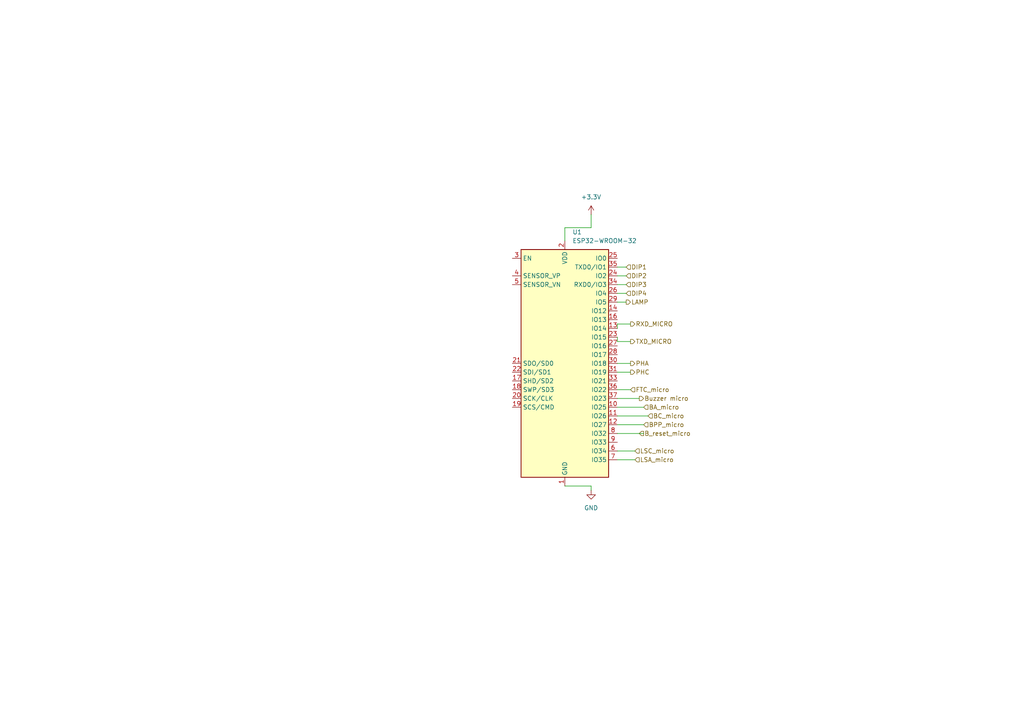
<source format=kicad_sch>
(kicad_sch
	(version 20250114)
	(generator "eeschema")
	(generator_version "9.0")
	(uuid "c391fa56-70bb-4506-b2e3-be7061d0d9fd")
	(paper "A4")
	(lib_symbols
		(symbol "RF_Module:ESP32-WROOM-32"
			(exclude_from_sim no)
			(in_bom yes)
			(on_board yes)
			(property "Reference" "U"
				(at -12.7 34.29 0)
				(effects
					(font
						(size 1.27 1.27)
					)
					(justify left)
				)
			)
			(property "Value" "ESP32-WROOM-32"
				(at 1.27 34.29 0)
				(effects
					(font
						(size 1.27 1.27)
					)
					(justify left)
				)
			)
			(property "Footprint" "RF_Module:ESP32-WROOM-32"
				(at 0 -38.1 0)
				(effects
					(font
						(size 1.27 1.27)
					)
					(hide yes)
				)
			)
			(property "Datasheet" "https://www.espressif.com/sites/default/files/documentation/esp32-wroom-32_datasheet_en.pdf"
				(at -7.62 1.27 0)
				(effects
					(font
						(size 1.27 1.27)
					)
					(hide yes)
				)
			)
			(property "Description" "RF Module, ESP32-D0WDQ6 SoC, Wi-Fi 802.11b/g/n, Bluetooth, BLE, 32-bit, 2.7-3.6V, onboard antenna, SMD"
				(at 0 0 0)
				(effects
					(font
						(size 1.27 1.27)
					)
					(hide yes)
				)
			)
			(property "ki_keywords" "RF Radio BT ESP ESP32 Espressif onboard PCB antenna"
				(at 0 0 0)
				(effects
					(font
						(size 1.27 1.27)
					)
					(hide yes)
				)
			)
			(property "ki_fp_filters" "ESP32?WROOM?32*"
				(at 0 0 0)
				(effects
					(font
						(size 1.27 1.27)
					)
					(hide yes)
				)
			)
			(symbol "ESP32-WROOM-32_0_1"
				(rectangle
					(start -12.7 33.02)
					(end 12.7 -33.02)
					(stroke
						(width 0.254)
						(type default)
					)
					(fill
						(type background)
					)
				)
			)
			(symbol "ESP32-WROOM-32_1_1"
				(pin input line
					(at -15.24 30.48 0)
					(length 2.54)
					(name "EN"
						(effects
							(font
								(size 1.27 1.27)
							)
						)
					)
					(number "3"
						(effects
							(font
								(size 1.27 1.27)
							)
						)
					)
				)
				(pin input line
					(at -15.24 25.4 0)
					(length 2.54)
					(name "SENSOR_VP"
						(effects
							(font
								(size 1.27 1.27)
							)
						)
					)
					(number "4"
						(effects
							(font
								(size 1.27 1.27)
							)
						)
					)
				)
				(pin input line
					(at -15.24 22.86 0)
					(length 2.54)
					(name "SENSOR_VN"
						(effects
							(font
								(size 1.27 1.27)
							)
						)
					)
					(number "5"
						(effects
							(font
								(size 1.27 1.27)
							)
						)
					)
				)
				(pin bidirectional line
					(at -15.24 0 0)
					(length 2.54)
					(name "SDO/SD0"
						(effects
							(font
								(size 1.27 1.27)
							)
						)
					)
					(number "21"
						(effects
							(font
								(size 1.27 1.27)
							)
						)
					)
				)
				(pin bidirectional line
					(at -15.24 -2.54 0)
					(length 2.54)
					(name "SDI/SD1"
						(effects
							(font
								(size 1.27 1.27)
							)
						)
					)
					(number "22"
						(effects
							(font
								(size 1.27 1.27)
							)
						)
					)
				)
				(pin bidirectional line
					(at -15.24 -5.08 0)
					(length 2.54)
					(name "SHD/SD2"
						(effects
							(font
								(size 1.27 1.27)
							)
						)
					)
					(number "17"
						(effects
							(font
								(size 1.27 1.27)
							)
						)
					)
				)
				(pin bidirectional line
					(at -15.24 -7.62 0)
					(length 2.54)
					(name "SWP/SD3"
						(effects
							(font
								(size 1.27 1.27)
							)
						)
					)
					(number "18"
						(effects
							(font
								(size 1.27 1.27)
							)
						)
					)
				)
				(pin bidirectional line
					(at -15.24 -10.16 0)
					(length 2.54)
					(name "SCK/CLK"
						(effects
							(font
								(size 1.27 1.27)
							)
						)
					)
					(number "20"
						(effects
							(font
								(size 1.27 1.27)
							)
						)
					)
				)
				(pin bidirectional line
					(at -15.24 -12.7 0)
					(length 2.54)
					(name "SCS/CMD"
						(effects
							(font
								(size 1.27 1.27)
							)
						)
					)
					(number "19"
						(effects
							(font
								(size 1.27 1.27)
							)
						)
					)
				)
				(pin no_connect line
					(at -12.7 -27.94 0)
					(length 2.54)
					(hide yes)
					(name "NC"
						(effects
							(font
								(size 1.27 1.27)
							)
						)
					)
					(number "32"
						(effects
							(font
								(size 1.27 1.27)
							)
						)
					)
				)
				(pin power_in line
					(at 0 35.56 270)
					(length 2.54)
					(name "VDD"
						(effects
							(font
								(size 1.27 1.27)
							)
						)
					)
					(number "2"
						(effects
							(font
								(size 1.27 1.27)
							)
						)
					)
				)
				(pin power_in line
					(at 0 -35.56 90)
					(length 2.54)
					(name "GND"
						(effects
							(font
								(size 1.27 1.27)
							)
						)
					)
					(number "1"
						(effects
							(font
								(size 1.27 1.27)
							)
						)
					)
				)
				(pin passive line
					(at 0 -35.56 90)
					(length 2.54)
					(hide yes)
					(name "GND"
						(effects
							(font
								(size 1.27 1.27)
							)
						)
					)
					(number "15"
						(effects
							(font
								(size 1.27 1.27)
							)
						)
					)
				)
				(pin passive line
					(at 0 -35.56 90)
					(length 2.54)
					(hide yes)
					(name "GND"
						(effects
							(font
								(size 1.27 1.27)
							)
						)
					)
					(number "38"
						(effects
							(font
								(size 1.27 1.27)
							)
						)
					)
				)
				(pin passive line
					(at 0 -35.56 90)
					(length 2.54)
					(hide yes)
					(name "GND"
						(effects
							(font
								(size 1.27 1.27)
							)
						)
					)
					(number "39"
						(effects
							(font
								(size 1.27 1.27)
							)
						)
					)
				)
				(pin bidirectional line
					(at 15.24 30.48 180)
					(length 2.54)
					(name "IO0"
						(effects
							(font
								(size 1.27 1.27)
							)
						)
					)
					(number "25"
						(effects
							(font
								(size 1.27 1.27)
							)
						)
					)
				)
				(pin bidirectional line
					(at 15.24 27.94 180)
					(length 2.54)
					(name "TXD0/IO1"
						(effects
							(font
								(size 1.27 1.27)
							)
						)
					)
					(number "35"
						(effects
							(font
								(size 1.27 1.27)
							)
						)
					)
				)
				(pin bidirectional line
					(at 15.24 25.4 180)
					(length 2.54)
					(name "IO2"
						(effects
							(font
								(size 1.27 1.27)
							)
						)
					)
					(number "24"
						(effects
							(font
								(size 1.27 1.27)
							)
						)
					)
				)
				(pin bidirectional line
					(at 15.24 22.86 180)
					(length 2.54)
					(name "RXD0/IO3"
						(effects
							(font
								(size 1.27 1.27)
							)
						)
					)
					(number "34"
						(effects
							(font
								(size 1.27 1.27)
							)
						)
					)
				)
				(pin bidirectional line
					(at 15.24 20.32 180)
					(length 2.54)
					(name "IO4"
						(effects
							(font
								(size 1.27 1.27)
							)
						)
					)
					(number "26"
						(effects
							(font
								(size 1.27 1.27)
							)
						)
					)
				)
				(pin bidirectional line
					(at 15.24 17.78 180)
					(length 2.54)
					(name "IO5"
						(effects
							(font
								(size 1.27 1.27)
							)
						)
					)
					(number "29"
						(effects
							(font
								(size 1.27 1.27)
							)
						)
					)
				)
				(pin bidirectional line
					(at 15.24 15.24 180)
					(length 2.54)
					(name "IO12"
						(effects
							(font
								(size 1.27 1.27)
							)
						)
					)
					(number "14"
						(effects
							(font
								(size 1.27 1.27)
							)
						)
					)
				)
				(pin bidirectional line
					(at 15.24 12.7 180)
					(length 2.54)
					(name "IO13"
						(effects
							(font
								(size 1.27 1.27)
							)
						)
					)
					(number "16"
						(effects
							(font
								(size 1.27 1.27)
							)
						)
					)
				)
				(pin bidirectional line
					(at 15.24 10.16 180)
					(length 2.54)
					(name "IO14"
						(effects
							(font
								(size 1.27 1.27)
							)
						)
					)
					(number "13"
						(effects
							(font
								(size 1.27 1.27)
							)
						)
					)
				)
				(pin bidirectional line
					(at 15.24 7.62 180)
					(length 2.54)
					(name "IO15"
						(effects
							(font
								(size 1.27 1.27)
							)
						)
					)
					(number "23"
						(effects
							(font
								(size 1.27 1.27)
							)
						)
					)
				)
				(pin bidirectional line
					(at 15.24 5.08 180)
					(length 2.54)
					(name "IO16"
						(effects
							(font
								(size 1.27 1.27)
							)
						)
					)
					(number "27"
						(effects
							(font
								(size 1.27 1.27)
							)
						)
					)
				)
				(pin bidirectional line
					(at 15.24 2.54 180)
					(length 2.54)
					(name "IO17"
						(effects
							(font
								(size 1.27 1.27)
							)
						)
					)
					(number "28"
						(effects
							(font
								(size 1.27 1.27)
							)
						)
					)
				)
				(pin bidirectional line
					(at 15.24 0 180)
					(length 2.54)
					(name "IO18"
						(effects
							(font
								(size 1.27 1.27)
							)
						)
					)
					(number "30"
						(effects
							(font
								(size 1.27 1.27)
							)
						)
					)
				)
				(pin bidirectional line
					(at 15.24 -2.54 180)
					(length 2.54)
					(name "IO19"
						(effects
							(font
								(size 1.27 1.27)
							)
						)
					)
					(number "31"
						(effects
							(font
								(size 1.27 1.27)
							)
						)
					)
				)
				(pin bidirectional line
					(at 15.24 -5.08 180)
					(length 2.54)
					(name "IO21"
						(effects
							(font
								(size 1.27 1.27)
							)
						)
					)
					(number "33"
						(effects
							(font
								(size 1.27 1.27)
							)
						)
					)
				)
				(pin bidirectional line
					(at 15.24 -7.62 180)
					(length 2.54)
					(name "IO22"
						(effects
							(font
								(size 1.27 1.27)
							)
						)
					)
					(number "36"
						(effects
							(font
								(size 1.27 1.27)
							)
						)
					)
				)
				(pin bidirectional line
					(at 15.24 -10.16 180)
					(length 2.54)
					(name "IO23"
						(effects
							(font
								(size 1.27 1.27)
							)
						)
					)
					(number "37"
						(effects
							(font
								(size 1.27 1.27)
							)
						)
					)
				)
				(pin bidirectional line
					(at 15.24 -12.7 180)
					(length 2.54)
					(name "IO25"
						(effects
							(font
								(size 1.27 1.27)
							)
						)
					)
					(number "10"
						(effects
							(font
								(size 1.27 1.27)
							)
						)
					)
				)
				(pin bidirectional line
					(at 15.24 -15.24 180)
					(length 2.54)
					(name "IO26"
						(effects
							(font
								(size 1.27 1.27)
							)
						)
					)
					(number "11"
						(effects
							(font
								(size 1.27 1.27)
							)
						)
					)
				)
				(pin bidirectional line
					(at 15.24 -17.78 180)
					(length 2.54)
					(name "IO27"
						(effects
							(font
								(size 1.27 1.27)
							)
						)
					)
					(number "12"
						(effects
							(font
								(size 1.27 1.27)
							)
						)
					)
				)
				(pin bidirectional line
					(at 15.24 -20.32 180)
					(length 2.54)
					(name "IO32"
						(effects
							(font
								(size 1.27 1.27)
							)
						)
					)
					(number "8"
						(effects
							(font
								(size 1.27 1.27)
							)
						)
					)
				)
				(pin bidirectional line
					(at 15.24 -22.86 180)
					(length 2.54)
					(name "IO33"
						(effects
							(font
								(size 1.27 1.27)
							)
						)
					)
					(number "9"
						(effects
							(font
								(size 1.27 1.27)
							)
						)
					)
				)
				(pin input line
					(at 15.24 -25.4 180)
					(length 2.54)
					(name "IO34"
						(effects
							(font
								(size 1.27 1.27)
							)
						)
					)
					(number "6"
						(effects
							(font
								(size 1.27 1.27)
							)
						)
					)
				)
				(pin input line
					(at 15.24 -27.94 180)
					(length 2.54)
					(name "IO35"
						(effects
							(font
								(size 1.27 1.27)
							)
						)
					)
					(number "7"
						(effects
							(font
								(size 1.27 1.27)
							)
						)
					)
				)
			)
			(embedded_fonts no)
		)
		(symbol "power:+3.3V"
			(power)
			(pin_numbers
				(hide yes)
			)
			(pin_names
				(offset 0)
				(hide yes)
			)
			(exclude_from_sim no)
			(in_bom yes)
			(on_board yes)
			(property "Reference" "#PWR"
				(at 0 -3.81 0)
				(effects
					(font
						(size 1.27 1.27)
					)
					(hide yes)
				)
			)
			(property "Value" "+3.3V"
				(at 0 3.556 0)
				(effects
					(font
						(size 1.27 1.27)
					)
				)
			)
			(property "Footprint" ""
				(at 0 0 0)
				(effects
					(font
						(size 1.27 1.27)
					)
					(hide yes)
				)
			)
			(property "Datasheet" ""
				(at 0 0 0)
				(effects
					(font
						(size 1.27 1.27)
					)
					(hide yes)
				)
			)
			(property "Description" "Power symbol creates a global label with name \"+3.3V\""
				(at 0 0 0)
				(effects
					(font
						(size 1.27 1.27)
					)
					(hide yes)
				)
			)
			(property "ki_keywords" "global power"
				(at 0 0 0)
				(effects
					(font
						(size 1.27 1.27)
					)
					(hide yes)
				)
			)
			(symbol "+3.3V_0_1"
				(polyline
					(pts
						(xy -0.762 1.27) (xy 0 2.54)
					)
					(stroke
						(width 0)
						(type default)
					)
					(fill
						(type none)
					)
				)
				(polyline
					(pts
						(xy 0 2.54) (xy 0.762 1.27)
					)
					(stroke
						(width 0)
						(type default)
					)
					(fill
						(type none)
					)
				)
				(polyline
					(pts
						(xy 0 0) (xy 0 2.54)
					)
					(stroke
						(width 0)
						(type default)
					)
					(fill
						(type none)
					)
				)
			)
			(symbol "+3.3V_1_1"
				(pin power_in line
					(at 0 0 90)
					(length 0)
					(name "~"
						(effects
							(font
								(size 1.27 1.27)
							)
						)
					)
					(number "1"
						(effects
							(font
								(size 1.27 1.27)
							)
						)
					)
				)
			)
			(embedded_fonts no)
		)
		(symbol "power:GND"
			(power)
			(pin_numbers
				(hide yes)
			)
			(pin_names
				(offset 0)
				(hide yes)
			)
			(exclude_from_sim no)
			(in_bom yes)
			(on_board yes)
			(property "Reference" "#PWR"
				(at 0 -6.35 0)
				(effects
					(font
						(size 1.27 1.27)
					)
					(hide yes)
				)
			)
			(property "Value" "GND"
				(at 0 -3.81 0)
				(effects
					(font
						(size 1.27 1.27)
					)
				)
			)
			(property "Footprint" ""
				(at 0 0 0)
				(effects
					(font
						(size 1.27 1.27)
					)
					(hide yes)
				)
			)
			(property "Datasheet" ""
				(at 0 0 0)
				(effects
					(font
						(size 1.27 1.27)
					)
					(hide yes)
				)
			)
			(property "Description" "Power symbol creates a global label with name \"GND\" , ground"
				(at 0 0 0)
				(effects
					(font
						(size 1.27 1.27)
					)
					(hide yes)
				)
			)
			(property "ki_keywords" "global power"
				(at 0 0 0)
				(effects
					(font
						(size 1.27 1.27)
					)
					(hide yes)
				)
			)
			(symbol "GND_0_1"
				(polyline
					(pts
						(xy 0 0) (xy 0 -1.27) (xy 1.27 -1.27) (xy 0 -2.54) (xy -1.27 -1.27) (xy 0 -1.27)
					)
					(stroke
						(width 0)
						(type default)
					)
					(fill
						(type none)
					)
				)
			)
			(symbol "GND_1_1"
				(pin power_in line
					(at 0 0 270)
					(length 0)
					(name "~"
						(effects
							(font
								(size 1.27 1.27)
							)
						)
					)
					(number "1"
						(effects
							(font
								(size 1.27 1.27)
							)
						)
					)
				)
			)
			(embedded_fonts no)
		)
	)
	(wire
		(pts
			(xy 179.07 113.03) (xy 182.88 113.03)
		)
		(stroke
			(width 0)
			(type default)
		)
		(uuid "0075dc08-b41f-4485-b397-7b07bcce72eb")
	)
	(wire
		(pts
			(xy 179.07 115.57) (xy 185.42 115.57)
		)
		(stroke
			(width 0)
			(type default)
		)
		(uuid "04bd0290-3734-4af9-9a90-7df82a47b31e")
	)
	(wire
		(pts
			(xy 179.07 130.81) (xy 184.15 130.81)
		)
		(stroke
			(width 0)
			(type default)
		)
		(uuid "0766726b-0378-4879-a01f-b54ce86f5ee1")
	)
	(wire
		(pts
			(xy 163.83 66.04) (xy 163.83 69.85)
		)
		(stroke
			(width 0)
			(type default)
		)
		(uuid "08639b20-21a4-4aa9-b0bc-ad65be8f172e")
	)
	(wire
		(pts
			(xy 182.88 99.06) (xy 179.07 99.06)
		)
		(stroke
			(width 0)
			(type default)
		)
		(uuid "34380392-55ae-4aa3-b79f-5a75844a7981")
	)
	(wire
		(pts
			(xy 179.07 82.55) (xy 181.61 82.55)
		)
		(stroke
			(width 0)
			(type default)
		)
		(uuid "47fbceb4-c553-4502-a261-71128c2a0f40")
	)
	(wire
		(pts
			(xy 179.07 123.19) (xy 186.69 123.19)
		)
		(stroke
			(width 0)
			(type default)
		)
		(uuid "4d547a3a-8fc7-4246-80fa-fb937f51829f")
	)
	(wire
		(pts
			(xy 179.07 99.06) (xy 179.07 97.79)
		)
		(stroke
			(width 0)
			(type default)
		)
		(uuid "583b5972-b783-4aaa-b944-4db33fdffc46")
	)
	(wire
		(pts
			(xy 179.07 77.47) (xy 181.61 77.47)
		)
		(stroke
			(width 0)
			(type default)
		)
		(uuid "59c05b0c-58be-4f79-95df-60dda521a587")
	)
	(wire
		(pts
			(xy 179.07 105.41) (xy 182.88 105.41)
		)
		(stroke
			(width 0)
			(type default)
		)
		(uuid "61f3c1e8-0d75-4a35-9bbf-7228a8221133")
	)
	(wire
		(pts
			(xy 171.45 140.97) (xy 171.45 142.24)
		)
		(stroke
			(width 0)
			(type default)
		)
		(uuid "66f75f92-e335-43a5-bcaa-c1de2d00faa0")
	)
	(wire
		(pts
			(xy 179.07 120.65) (xy 187.96 120.65)
		)
		(stroke
			(width 0)
			(type default)
		)
		(uuid "69aa875e-87f3-4193-8fda-43cdf14cef8c")
	)
	(wire
		(pts
			(xy 179.07 80.01) (xy 181.61 80.01)
		)
		(stroke
			(width 0)
			(type default)
		)
		(uuid "70974509-d3db-416c-81a0-cb92c72c192d")
	)
	(wire
		(pts
			(xy 179.07 133.35) (xy 184.15 133.35)
		)
		(stroke
			(width 0)
			(type default)
		)
		(uuid "70ac6e05-443b-4dbb-87f8-4f82c5063bfc")
	)
	(wire
		(pts
			(xy 182.88 93.98) (xy 179.07 93.98)
		)
		(stroke
			(width 0)
			(type default)
		)
		(uuid "751494d4-0ae5-43ed-9b62-0c03c12a041b")
	)
	(wire
		(pts
			(xy 179.07 85.09) (xy 181.61 85.09)
		)
		(stroke
			(width 0)
			(type default)
		)
		(uuid "9644761f-f416-4704-a763-3da42a8f2e28")
	)
	(wire
		(pts
			(xy 163.83 140.97) (xy 171.45 140.97)
		)
		(stroke
			(width 0)
			(type default)
		)
		(uuid "9ea89a9a-a237-447b-bf5e-adf4d37e538c")
	)
	(wire
		(pts
			(xy 179.07 125.73) (xy 186.69 125.73)
		)
		(stroke
			(width 0)
			(type default)
		)
		(uuid "a476be1d-ea6f-4d6e-babf-179aa279373f")
	)
	(wire
		(pts
			(xy 171.45 66.04) (xy 171.45 62.23)
		)
		(stroke
			(width 0)
			(type default)
		)
		(uuid "b4190e60-acec-4e1f-88d4-652547d63f9b")
	)
	(wire
		(pts
			(xy 179.07 107.95) (xy 182.88 107.95)
		)
		(stroke
			(width 0)
			(type default)
		)
		(uuid "bbce9809-1512-4987-bb5c-66c6ec24a782")
	)
	(wire
		(pts
			(xy 179.07 93.98) (xy 179.07 95.25)
		)
		(stroke
			(width 0)
			(type default)
		)
		(uuid "c46d621b-f929-471c-a130-e6bbbeb8e141")
	)
	(wire
		(pts
			(xy 163.83 66.04) (xy 171.45 66.04)
		)
		(stroke
			(width 0)
			(type default)
		)
		(uuid "ce1b6a26-e15b-47a2-a913-28ebb714f6c8")
	)
	(wire
		(pts
			(xy 179.07 87.63) (xy 181.61 87.63)
		)
		(stroke
			(width 0)
			(type default)
		)
		(uuid "db65169b-eb24-431b-af40-8b63e730112f")
	)
	(wire
		(pts
			(xy 179.07 118.11) (xy 186.69 118.11)
		)
		(stroke
			(width 0)
			(type default)
		)
		(uuid "e2410e0d-3203-45ad-9458-4a6ce63a7fb5")
	)
	(hierarchical_label "DIP1"
		(shape input)
		(at 181.61 77.47 0)
		(effects
			(font
				(size 1.27 1.27)
			)
			(justify left)
		)
		(uuid "2416cdae-1899-4cda-873f-ffdac88ec75e")
	)
	(hierarchical_label "LSA_micro"
		(shape input)
		(at 184.15 133.35 0)
		(effects
			(font
				(size 1.27 1.27)
			)
			(justify left)
		)
		(uuid "4b04a197-3979-48cc-a40a-107f2b47713f")
	)
	(hierarchical_label "LAMP"
		(shape output)
		(at 181.61 87.63 0)
		(effects
			(font
				(size 1.27 1.27)
			)
			(justify left)
		)
		(uuid "5f0fc29d-49ae-4efe-a018-4d129e1125a7")
	)
	(hierarchical_label "DIP3"
		(shape input)
		(at 181.61 82.55 0)
		(effects
			(font
				(size 1.27 1.27)
			)
			(justify left)
		)
		(uuid "63190be9-01af-4a7b-9926-a110d1a8fb25")
	)
	(hierarchical_label "Buzzer micro"
		(shape output)
		(at 185.42 115.57 0)
		(effects
			(font
				(size 1.27 1.27)
			)
			(justify left)
		)
		(uuid "65d0ed5b-7530-4b02-8c22-1b233b96e04b")
	)
	(hierarchical_label "PHA"
		(shape output)
		(at 182.88 105.41 0)
		(effects
			(font
				(size 1.27 1.27)
			)
			(justify left)
		)
		(uuid "73c6a6f1-4666-4853-b8b4-0617f95a8622")
	)
	(hierarchical_label "PHC"
		(shape output)
		(at 182.88 107.95 0)
		(effects
			(font
				(size 1.27 1.27)
			)
			(justify left)
		)
		(uuid "7bc91604-3005-456e-85cd-de80ddb34b4f")
	)
	(hierarchical_label "BA_micro"
		(shape input)
		(at 186.69 118.11 0)
		(effects
			(font
				(size 1.27 1.27)
			)
			(justify left)
		)
		(uuid "7faab832-a538-4a35-bbc3-487809f2efd6")
	)
	(hierarchical_label "TXD_MICRO"
		(shape output)
		(at 182.88 99.06 0)
		(effects
			(font
				(size 1.27 1.27)
			)
			(justify left)
		)
		(uuid "8e3c4849-23bc-4e04-b781-34173d5ce7aa")
	)
	(hierarchical_label "LSC_micro"
		(shape input)
		(at 184.15 130.81 0)
		(effects
			(font
				(size 1.27 1.27)
			)
			(justify left)
		)
		(uuid "90642086-e839-4c21-87c2-c7372c23c966")
	)
	(hierarchical_label "BPP_micro"
		(shape input)
		(at 186.69 123.19 0)
		(effects
			(font
				(size 1.27 1.27)
			)
			(justify left)
		)
		(uuid "98df70d5-5275-413b-b3d3-ad8e4d0d1de1")
	)
	(hierarchical_label "DIP2"
		(shape input)
		(at 181.61 80.01 0)
		(effects
			(font
				(size 1.27 1.27)
			)
			(justify left)
		)
		(uuid "a4295a92-61ad-46f1-80da-cc7b68bad3d3")
	)
	(hierarchical_label "RXD_MICRO"
		(shape output)
		(at 182.88 93.98 0)
		(effects
			(font
				(size 1.27 1.27)
			)
			(justify left)
		)
		(uuid "ae5ed875-d324-4e07-9ff4-ad4c6439f0d8")
	)
	(hierarchical_label "BC_micro"
		(shape input)
		(at 187.96 120.65 0)
		(effects
			(font
				(size 1.27 1.27)
			)
			(justify left)
		)
		(uuid "c85310f1-2746-46e1-be29-ebb811a59a75")
	)
	(hierarchical_label "DIP4"
		(shape input)
		(at 181.61 85.09 0)
		(effects
			(font
				(size 1.27 1.27)
			)
			(justify left)
		)
		(uuid "dd1758c3-bd01-4e44-b409-0db0a71f7b2b")
	)
	(hierarchical_label "FTC_micro"
		(shape input)
		(at 182.88 113.03 0)
		(effects
			(font
				(size 1.27 1.27)
			)
			(justify left)
		)
		(uuid "edadb62d-dfc4-4537-8dfc-94c3afff72f1")
	)
	(hierarchical_label "B­_reset_micro"
		(shape input)
		(at 185.42 125.73 0)
		(effects
			(font
				(size 1.27 1.27)
			)
			(justify left)
		)
		(uuid "ee786a14-f0a1-40e8-8f81-b1b814176148")
	)
	(symbol
		(lib_id "power:+3.3V")
		(at 171.45 62.23 0)
		(unit 1)
		(exclude_from_sim no)
		(in_bom yes)
		(on_board yes)
		(dnp no)
		(fields_autoplaced yes)
		(uuid "433dc375-2b07-4ac0-943e-20b1d9e0984f")
		(property "Reference" "#PWR010"
			(at 171.45 66.04 0)
			(effects
				(font
					(size 1.27 1.27)
				)
				(hide yes)
			)
		)
		(property "Value" "+3.3V"
			(at 171.45 57.15 0)
			(effects
				(font
					(size 1.27 1.27)
				)
			)
		)
		(property "Footprint" ""
			(at 171.45 62.23 0)
			(effects
				(font
					(size 1.27 1.27)
				)
				(hide yes)
			)
		)
		(property "Datasheet" ""
			(at 171.45 62.23 0)
			(effects
				(font
					(size 1.27 1.27)
				)
				(hide yes)
			)
		)
		(property "Description" "Power symbol creates a global label with name \"+3.3V\""
			(at 171.45 62.23 0)
			(effects
				(font
					(size 1.27 1.27)
				)
				(hide yes)
			)
		)
		(pin "1"
			(uuid "d62f2636-6b95-42b5-8b87-a6063fe1e896")
		)
		(instances
			(project ""
				(path "/da1145e1-2c07-4dac-8610-a797132a4086/8b49da45-845a-4e7e-a7fe-429c55383e8c/a415f85b-1d72-4228-a43b-54bc1c97356d"
					(reference "#PWR010")
					(unit 1)
				)
			)
		)
	)
	(symbol
		(lib_id "RF_Module:ESP32-WROOM-32")
		(at 163.83 105.41 0)
		(unit 1)
		(exclude_from_sim no)
		(in_bom yes)
		(on_board yes)
		(dnp no)
		(fields_autoplaced yes)
		(uuid "80b31136-9f19-43dc-86cc-f2258e93a320")
		(property "Reference" "U1"
			(at 166.0241 67.31 0)
			(effects
				(font
					(size 1.27 1.27)
				)
				(justify left)
			)
		)
		(property "Value" "ESP32-WROOM-32"
			(at 166.0241 69.85 0)
			(effects
				(font
					(size 1.27 1.27)
				)
				(justify left)
			)
		)
		(property "Footprint" "RF_Module:ESP32-WROOM-32"
			(at 163.83 143.51 0)
			(effects
				(font
					(size 1.27 1.27)
				)
				(hide yes)
			)
		)
		(property "Datasheet" "https://www.espressif.com/sites/default/files/documentation/esp32-wroom-32_datasheet_en.pdf"
			(at 156.21 104.14 0)
			(effects
				(font
					(size 1.27 1.27)
				)
				(hide yes)
			)
		)
		(property "Description" "RF Module, ESP32-D0WDQ6 SoC, Wi-Fi 802.11b/g/n, Bluetooth, BLE, 32-bit, 2.7-3.6V, onboard antenna, SMD"
			(at 163.83 105.41 0)
			(effects
				(font
					(size 1.27 1.27)
				)
				(hide yes)
			)
		)
		(pin "38"
			(uuid "5d0ae04e-d2c3-4dab-b1ca-f319bc13aef0")
		)
		(pin "5"
			(uuid "25503cd3-d72c-438e-8d35-1061f8c974ec")
		)
		(pin "15"
			(uuid "ffa2a5a6-f8a0-4ed0-8e77-61be20e243ac")
		)
		(pin "22"
			(uuid "0fd1539d-23d5-4e55-b3bc-7397d44c20ac")
		)
		(pin "18"
			(uuid "59e3bba5-a67c-4fc9-b06e-2a4c70f3c56a")
		)
		(pin "28"
			(uuid "2e968181-73fe-4212-a8ce-539b8e97e3b1")
		)
		(pin "1"
			(uuid "e28472ce-51ae-48ab-be2d-f6b14509cff5")
		)
		(pin "25"
			(uuid "64c5e579-fced-49ec-84b5-ef1d2650cf7f")
		)
		(pin "26"
			(uuid "e83575eb-89fe-4029-8d41-d1fe41d013f7")
		)
		(pin "33"
			(uuid "d3a3b855-1102-4883-80c7-7a8ba871d776")
		)
		(pin "16"
			(uuid "14d973ed-5ee3-4cde-a04c-1c10c2c6e30a")
		)
		(pin "35"
			(uuid "2c6219a7-37c9-4972-bb3c-baecaf015663")
		)
		(pin "12"
			(uuid "3961ee97-6859-4281-a9a1-3a07e3c357cd")
		)
		(pin "17"
			(uuid "6f9cc2ca-1427-4e57-9e54-704e7618ad3c")
		)
		(pin "19"
			(uuid "5cc8c894-5d8a-420d-a2ac-ff8dd1db2f42")
		)
		(pin "20"
			(uuid "eb435d17-9d0b-4b7a-9c4c-c3e7cb6593ae")
		)
		(pin "34"
			(uuid "b1b3abc9-abef-4fa4-9bfd-22186fdd64d9")
		)
		(pin "3"
			(uuid "d316dadc-8d4c-4b64-98bc-9c8434953133")
		)
		(pin "24"
			(uuid "f3afff4f-7c48-406c-b6bc-d3dba8ee1b68")
		)
		(pin "37"
			(uuid "845a64c8-ae98-4ad7-a9ab-1ed4f7139609")
		)
		(pin "23"
			(uuid "39f0e242-82da-4a2c-9320-9bb086e2a83a")
		)
		(pin "11"
			(uuid "97de978d-4569-4120-8163-6f83ff3e70e4")
		)
		(pin "13"
			(uuid "50f82caf-4259-49d1-92df-5fac40d0c199")
		)
		(pin "2"
			(uuid "35cb2ec4-58e2-43ea-aea1-0ee907112e7d")
		)
		(pin "21"
			(uuid "464d13e1-9c10-4803-97a2-7ff30182ca83")
		)
		(pin "32"
			(uuid "e0b7a619-3f48-4b73-86b4-d517455c672d")
		)
		(pin "39"
			(uuid "51c110bc-21d8-4543-86a6-70083633a9a9")
		)
		(pin "8"
			(uuid "4ce4b40e-ab46-4b96-9f38-ae17341ecff3")
		)
		(pin "29"
			(uuid "3e60b10d-364b-41b9-9b0f-380e89f2c161")
		)
		(pin "10"
			(uuid "19917817-c27a-46dd-a6d5-73bbb6d81707")
		)
		(pin "36"
			(uuid "5a5ee570-1782-4348-a325-852e168b358c")
		)
		(pin "30"
			(uuid "cd4bcaa5-3427-4e1e-a933-e12ae1e81624")
		)
		(pin "31"
			(uuid "f6f46e2f-997a-4db2-a8a3-ea65bead4610")
		)
		(pin "14"
			(uuid "5bac14ca-52f2-4139-9d36-0594ff8a30cc")
		)
		(pin "27"
			(uuid "2bc4d367-4038-454e-ac52-a00036a770cb")
		)
		(pin "4"
			(uuid "bf8cac9c-cbf5-4575-a756-06d7fdb76c0f")
		)
		(pin "7"
			(uuid "4ca023d1-4d39-4617-9679-9cb0487edead")
		)
		(pin "9"
			(uuid "28ac00bd-f795-4a9e-8ea3-b494534c7719")
		)
		(pin "6"
			(uuid "608b8388-5193-426e-9a02-9bfb5cf9be35")
		)
		(instances
			(project ""
				(path "/da1145e1-2c07-4dac-8610-a797132a4086/8b49da45-845a-4e7e-a7fe-429c55383e8c/a415f85b-1d72-4228-a43b-54bc1c97356d"
					(reference "U1")
					(unit 1)
				)
			)
		)
	)
	(symbol
		(lib_id "power:GND")
		(at 171.45 142.24 0)
		(unit 1)
		(exclude_from_sim no)
		(in_bom yes)
		(on_board yes)
		(dnp no)
		(fields_autoplaced yes)
		(uuid "f0f88ae8-41bc-4bae-a68e-267f5487237a")
		(property "Reference" "#PWR09"
			(at 171.45 148.59 0)
			(effects
				(font
					(size 1.27 1.27)
				)
				(hide yes)
			)
		)
		(property "Value" "GND"
			(at 171.45 147.32 0)
			(effects
				(font
					(size 1.27 1.27)
				)
			)
		)
		(property "Footprint" ""
			(at 171.45 142.24 0)
			(effects
				(font
					(size 1.27 1.27)
				)
				(hide yes)
			)
		)
		(property "Datasheet" ""
			(at 171.45 142.24 0)
			(effects
				(font
					(size 1.27 1.27)
				)
				(hide yes)
			)
		)
		(property "Description" "Power symbol creates a global label with name \"GND\" , ground"
			(at 171.45 142.24 0)
			(effects
				(font
					(size 1.27 1.27)
				)
				(hide yes)
			)
		)
		(pin "1"
			(uuid "59c38c8a-efe9-4b32-aa57-84e4d9ff1e6f")
		)
		(instances
			(project ""
				(path "/da1145e1-2c07-4dac-8610-a797132a4086/8b49da45-845a-4e7e-a7fe-429c55383e8c/a415f85b-1d72-4228-a43b-54bc1c97356d"
					(reference "#PWR09")
					(unit 1)
				)
			)
		)
	)
)

</source>
